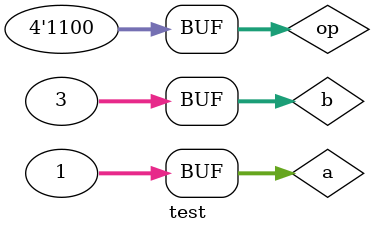
<source format=v>
`include "../ALU/alu.v"

module test;

  reg  signed [31:0] a, b;
  reg  [3:0] op;
  wire signed [31:0] z; 
  wire zero;

  alu a0 (
    .op(op),
    .a(a), 
    .b(b),
    .z(z),
    .zero(zero));
  
  initial begin
    $monitor ($time, ": a=%0d\tb=%0d\top=%d\tz=%0d\tzero=%d", a, b, op, z, zero);  
    #5 a = 21; b = 3; op = 0;  
    #5 a = 2; b = 5; op = 1;  
    #5 a = 5; b = -4; op = 2;  
    #5 a = 9; b = 10; op = 6;  
    #5 a = 5; b = 5; op = 6;  
    #5 a = 1; b = 3; op = 7;  
    #5 a = 6; b = 5; op = 7;  
    #5 a = 1; b = 3; op = 12;  

  end

endmodule

</source>
